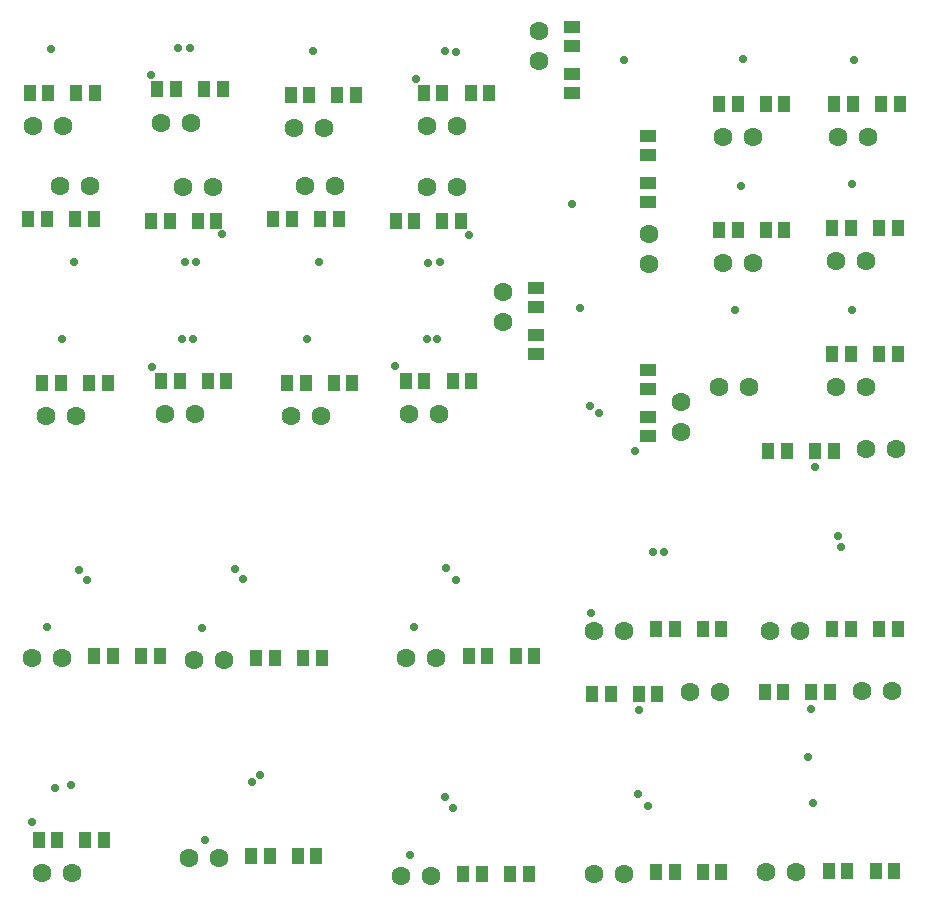
<source format=gts>
%FSLAX24Y24*%
%MOIN*%
G70*
G01*
G75*
G04 Layer_Color=8388736*
%ADD10R,0.0520X0.0385*%
%ADD11R,0.0385X0.0520*%
%ADD12C,0.0070*%
%ADD13C,0.0060*%
%ADD14C,0.0060*%
%ADD15C,0.0591*%
%ADD16C,0.0250*%
%ADD17C,0.0250*%
%ADD18C,0.0200*%
%ADD19C,0.0080*%
%ADD20C,0.0079*%
%ADD21C,0.0050*%
%ADD22R,0.0560X0.0425*%
%ADD23R,0.0425X0.0560*%
%ADD24C,0.0631*%
%ADD25C,0.0290*%
D22*
X17310Y20050D02*
D03*
Y20675D02*
D03*
Y18490D02*
D03*
Y19115D02*
D03*
X21030Y16390D02*
D03*
Y15765D02*
D03*
Y17950D02*
D03*
Y17325D02*
D03*
X18510Y28750D02*
D03*
Y29375D02*
D03*
Y27190D02*
D03*
Y27815D02*
D03*
X21030Y24190D02*
D03*
Y23565D02*
D03*
Y25750D02*
D03*
Y25125D02*
D03*
D23*
X25050Y15250D02*
D03*
X25675D02*
D03*
X26610D02*
D03*
X27235D02*
D03*
X27810Y9310D02*
D03*
X27185D02*
D03*
X29370D02*
D03*
X28745D02*
D03*
X27810Y18490D02*
D03*
X27185D02*
D03*
X29370D02*
D03*
X28745D02*
D03*
X29370Y22690D02*
D03*
X28745D02*
D03*
X27810D02*
D03*
X27185D02*
D03*
X29430Y26830D02*
D03*
X28805D02*
D03*
X27870D02*
D03*
X27245D02*
D03*
X29250Y1270D02*
D03*
X28625D02*
D03*
X27690D02*
D03*
X27065D02*
D03*
X26490Y7210D02*
D03*
X27115D02*
D03*
X24930D02*
D03*
X25555D02*
D03*
X24030Y22630D02*
D03*
X23405D02*
D03*
X25590D02*
D03*
X24965D02*
D03*
X25590Y26830D02*
D03*
X24965D02*
D03*
X24030D02*
D03*
X23405D02*
D03*
X19170Y7150D02*
D03*
X19795D02*
D03*
X20730D02*
D03*
X21355D02*
D03*
X21930Y1210D02*
D03*
X21305D02*
D03*
X23490D02*
D03*
X22865D02*
D03*
X2910Y2290D02*
D03*
X2285D02*
D03*
X1350D02*
D03*
X725D02*
D03*
X17070Y1150D02*
D03*
X16445D02*
D03*
X15510D02*
D03*
X14885D02*
D03*
X9990Y1750D02*
D03*
X9365D02*
D03*
X8430D02*
D03*
X7805D02*
D03*
X17250Y8410D02*
D03*
X16625D02*
D03*
X15690D02*
D03*
X15065D02*
D03*
X10170Y8350D02*
D03*
X9545D02*
D03*
X8610D02*
D03*
X7985D02*
D03*
X4770Y8410D02*
D03*
X4145D02*
D03*
X3210D02*
D03*
X2585D02*
D03*
X23490Y9310D02*
D03*
X22865D02*
D03*
X21930D02*
D03*
X21305D02*
D03*
X15150Y17590D02*
D03*
X14525D02*
D03*
X11190Y17530D02*
D03*
X10565D02*
D03*
X9630D02*
D03*
X9005D02*
D03*
X13590Y17590D02*
D03*
X12965D02*
D03*
X8550Y22990D02*
D03*
X9175D02*
D03*
X10110D02*
D03*
X10735D02*
D03*
X14190Y22930D02*
D03*
X14815D02*
D03*
X12630D02*
D03*
X13255D02*
D03*
X4470D02*
D03*
X5095D02*
D03*
X6030D02*
D03*
X6655D02*
D03*
X1950Y22990D02*
D03*
X2575D02*
D03*
X390D02*
D03*
X1015D02*
D03*
X6990Y17590D02*
D03*
X6365D02*
D03*
X5430D02*
D03*
X4805D02*
D03*
X1470Y17530D02*
D03*
X845D02*
D03*
X3030D02*
D03*
X2405D02*
D03*
X11310Y27130D02*
D03*
X10685D02*
D03*
X9750D02*
D03*
X9125D02*
D03*
X14190Y27190D02*
D03*
X13565D02*
D03*
X15750D02*
D03*
X15125D02*
D03*
X6870Y27310D02*
D03*
X6245D02*
D03*
X5310D02*
D03*
X4685D02*
D03*
X1050Y27190D02*
D03*
X425D02*
D03*
X2610D02*
D03*
X1985D02*
D03*
D24*
X16200Y20550D02*
D03*
Y19550D02*
D03*
X29310Y15310D02*
D03*
X28310D02*
D03*
X25110Y9250D02*
D03*
X26110D02*
D03*
X23410Y17380D02*
D03*
X24410D02*
D03*
X27310D02*
D03*
X28310D02*
D03*
X27310Y21580D02*
D03*
X28310D02*
D03*
X27370Y25720D02*
D03*
X28370D02*
D03*
X24990Y1210D02*
D03*
X25990D02*
D03*
X29190Y7270D02*
D03*
X28190D02*
D03*
X23530Y21520D02*
D03*
X24530D02*
D03*
X23530Y25720D02*
D03*
X24530D02*
D03*
X23430Y7210D02*
D03*
X22430D02*
D03*
X19230Y1150D02*
D03*
X20230D02*
D03*
X850Y1180D02*
D03*
X1850D02*
D03*
X12810Y1090D02*
D03*
X13810D02*
D03*
X5730Y1690D02*
D03*
X6730D02*
D03*
X12990Y8350D02*
D03*
X13990D02*
D03*
X5910Y8290D02*
D03*
X6910D02*
D03*
X510Y8350D02*
D03*
X1510D02*
D03*
X22140Y15890D02*
D03*
Y16890D02*
D03*
X17400Y29250D02*
D03*
Y28250D02*
D03*
X19230Y9250D02*
D03*
X20230D02*
D03*
X21090Y21490D02*
D03*
Y22490D02*
D03*
X9130Y16420D02*
D03*
X10130D02*
D03*
X13090Y16480D02*
D03*
X14090D02*
D03*
X10610Y24100D02*
D03*
X9610D02*
D03*
X14690Y24040D02*
D03*
X13690D02*
D03*
X6530D02*
D03*
X5530D02*
D03*
X2450Y24100D02*
D03*
X1450D02*
D03*
X4930Y16480D02*
D03*
X5930D02*
D03*
X970Y16420D02*
D03*
X1970D02*
D03*
X9250Y26020D02*
D03*
X10250D02*
D03*
X13690Y26080D02*
D03*
X14690D02*
D03*
X4810Y26200D02*
D03*
X5810D02*
D03*
X550Y26080D02*
D03*
X1550D02*
D03*
D25*
X24150Y24100D02*
D03*
X4520Y18060D02*
D03*
X13230Y9390D02*
D03*
X6180Y9370D02*
D03*
X27490Y12040D02*
D03*
X20720Y3810D02*
D03*
X13120Y1780D02*
D03*
X14260Y3730D02*
D03*
X8120Y4460D02*
D03*
X1800Y4110D02*
D03*
X19130Y9870D02*
D03*
X21570Y11900D02*
D03*
X20610Y15270D02*
D03*
X19100Y16770D02*
D03*
X7260Y11330D02*
D03*
X2330Y10960D02*
D03*
X1000Y9390D02*
D03*
X12620Y18080D02*
D03*
X14020Y18990D02*
D03*
X15090Y22450D02*
D03*
X13720Y21530D02*
D03*
X5520Y18980D02*
D03*
X5600Y21540D02*
D03*
X6850Y22480D02*
D03*
X24200Y28320D02*
D03*
X20250Y28280D02*
D03*
X13300Y27670D02*
D03*
X14260Y28580D02*
D03*
X14650Y28570D02*
D03*
X4460Y27800D02*
D03*
X5790Y28700D02*
D03*
X18760Y20010D02*
D03*
X27390Y12430D02*
D03*
X26610Y14710D02*
D03*
X23950Y19940D02*
D03*
X27850D02*
D03*
Y24140D02*
D03*
X27910Y28280D02*
D03*
X26370Y5050D02*
D03*
X26550Y3530D02*
D03*
X26490Y6670D02*
D03*
X20730Y6610D02*
D03*
X21050Y3420D02*
D03*
X7540Y10980D02*
D03*
X2060Y11280D02*
D03*
X14640Y10970D02*
D03*
X14320Y11350D02*
D03*
X14550Y3360D02*
D03*
X6270Y2290D02*
D03*
X7850Y4210D02*
D03*
X510Y2890D02*
D03*
X1290Y4030D02*
D03*
X13670Y18990D02*
D03*
X9670Y18980D02*
D03*
X10070Y21540D02*
D03*
X14120D02*
D03*
X5960D02*
D03*
X1910D02*
D03*
X1510Y18980D02*
D03*
X5870D02*
D03*
X9880Y28580D02*
D03*
X1150Y28640D02*
D03*
X5380Y28700D02*
D03*
X19400Y16520D02*
D03*
X18500Y23480D02*
D03*
X21220Y11900D02*
D03*
M02*

</source>
